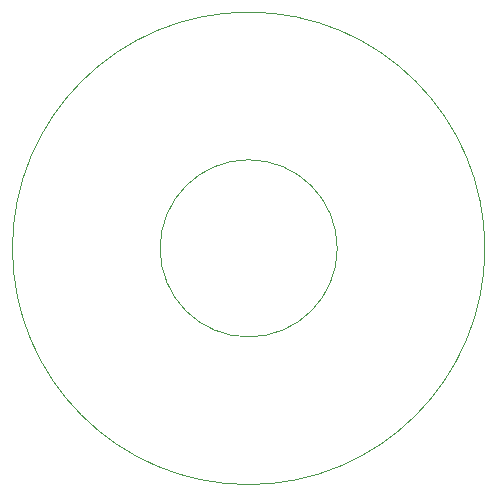
<source format=gbr>
%TF.GenerationSoftware,KiCad,Pcbnew,7.0.1*%
%TF.CreationDate,2023-04-25T20:00:12+01:00*%
%TF.ProjectId,BreakawayConnector,42726561-6b61-4776-9179-436f6e6e6563,rev?*%
%TF.SameCoordinates,Original*%
%TF.FileFunction,Profile,NP*%
%FSLAX46Y46*%
G04 Gerber Fmt 4.6, Leading zero omitted, Abs format (unit mm)*
G04 Created by KiCad (PCBNEW 7.0.1) date 2023-04-25 20:00:12*
%MOMM*%
%LPD*%
G01*
G04 APERTURE LIST*
%TA.AperFunction,Profile*%
%ADD10C,0.100000*%
%TD*%
G04 APERTURE END LIST*
D10*
X107500000Y-100000000D02*
G75*
G03*
X107500000Y-100000000I-7500000J0D01*
G01*
X120000000Y-100000000D02*
G75*
G03*
X120000000Y-100000000I-20000000J0D01*
G01*
M02*

</source>
